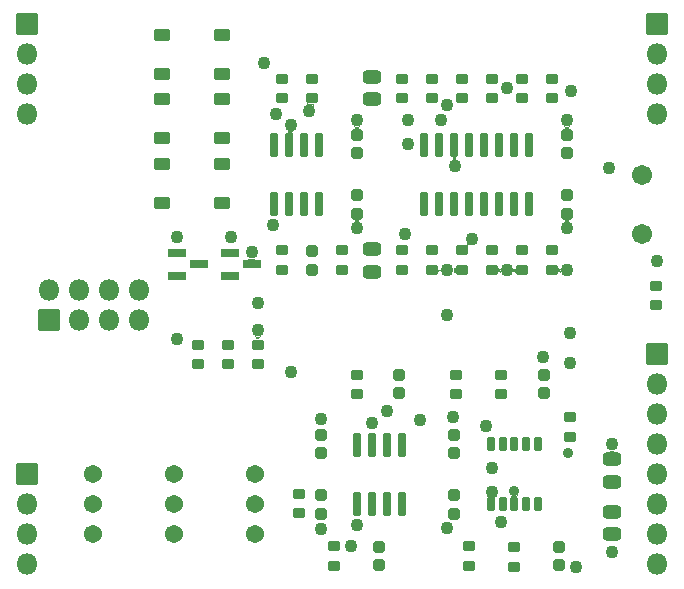
<source format=gbr>
%TF.GenerationSoftware,KiCad,Pcbnew,6.0.7-f9a2dced07~116~ubuntu22.04.1*%
%TF.CreationDate,2022-07-29T20:00:08-04:00*%
%TF.ProjectId,late_MS20_VCF_plug_in_board,6c617465-5f4d-4533-9230-5f5643465f70,0.1*%
%TF.SameCoordinates,Original*%
%TF.FileFunction,Soldermask,Top*%
%TF.FilePolarity,Negative*%
%FSLAX46Y46*%
G04 Gerber Fmt 4.6, Leading zero omitted, Abs format (unit mm)*
G04 Created by KiCad (PCBNEW 6.0.7-f9a2dced07~116~ubuntu22.04.1) date 2022-07-29 20:00:08*
%MOMM*%
%LPD*%
G01*
G04 APERTURE LIST*
G04 Aperture macros list*
%AMRoundRect*
0 Rectangle with rounded corners*
0 $1 Rounding radius*
0 $2 $3 $4 $5 $6 $7 $8 $9 X,Y pos of 4 corners*
0 Add a 4 corners polygon primitive as box body*
4,1,4,$2,$3,$4,$5,$6,$7,$8,$9,$2,$3,0*
0 Add four circle primitives for the rounded corners*
1,1,$1+$1,$2,$3*
1,1,$1+$1,$4,$5*
1,1,$1+$1,$6,$7*
1,1,$1+$1,$8,$9*
0 Add four rect primitives between the rounded corners*
20,1,$1+$1,$2,$3,$4,$5,0*
20,1,$1+$1,$4,$5,$6,$7,0*
20,1,$1+$1,$6,$7,$8,$9,0*
20,1,$1+$1,$8,$9,$2,$3,0*%
G04 Aperture macros list end*
%ADD10RoundRect,0.201000X-0.150000X0.825000X-0.150000X-0.825000X0.150000X-0.825000X0.150000X0.825000X0*%
%ADD11RoundRect,0.276000X-0.250000X0.225000X-0.250000X-0.225000X0.250000X-0.225000X0.250000X0.225000X0*%
%ADD12RoundRect,0.276000X0.250000X-0.225000X0.250000X0.225000X-0.250000X0.225000X-0.250000X-0.225000X0*%
%ADD13RoundRect,0.251000X0.275000X-0.200000X0.275000X0.200000X-0.275000X0.200000X-0.275000X-0.200000X0*%
%ADD14C,1.542000*%
%ADD15RoundRect,0.201000X-0.587500X-0.150000X0.587500X-0.150000X0.587500X0.150000X-0.587500X0.150000X0*%
%ADD16RoundRect,0.251000X-0.275000X0.200000X-0.275000X-0.200000X0.275000X-0.200000X0.275000X0.200000X0*%
%ADD17RoundRect,0.051000X0.600000X-0.450000X0.600000X0.450000X-0.600000X0.450000X-0.600000X-0.450000X0*%
%ADD18RoundRect,0.301000X-0.475000X0.250000X-0.475000X-0.250000X0.475000X-0.250000X0.475000X0.250000X0*%
%ADD19RoundRect,0.301000X0.475000X-0.250000X0.475000X0.250000X-0.475000X0.250000X-0.475000X-0.250000X0*%
%ADD20C,1.702000*%
%ADD21RoundRect,0.051000X0.850000X-0.850000X0.850000X0.850000X-0.850000X0.850000X-0.850000X-0.850000X0*%
%ADD22O,1.802000X1.802000*%
%ADD23RoundRect,0.051000X-0.600000X0.450000X-0.600000X-0.450000X0.600000X-0.450000X0.600000X0.450000X0*%
%ADD24RoundRect,0.051000X-0.255000X0.550000X-0.255000X-0.550000X0.255000X-0.550000X0.255000X0.550000X0*%
%ADD25RoundRect,0.051000X0.850000X0.850000X-0.850000X0.850000X-0.850000X-0.850000X0.850000X-0.850000X0*%
%ADD26C,1.102000*%
%ADD27C,0.902000*%
G04 APERTURE END LIST*
D10*
%TO.C,U1*%
X136525000Y-78805000D03*
X135255000Y-78805000D03*
X133985000Y-78805000D03*
X132715000Y-78805000D03*
X131445000Y-78805000D03*
X130175000Y-78805000D03*
X128905000Y-78805000D03*
X127635000Y-78805000D03*
X127635000Y-83755000D03*
X128905000Y-83755000D03*
X130175000Y-83755000D03*
X131445000Y-83755000D03*
X132715000Y-83755000D03*
X133985000Y-83755000D03*
X135255000Y-83755000D03*
X136525000Y-83755000D03*
%TD*%
D11*
%TO.C,C18*%
X130175000Y-103352000D03*
X130175000Y-104902000D03*
%TD*%
D12*
%TO.C,C8*%
X118110000Y-89355000D03*
X118110000Y-87805000D03*
%TD*%
D13*
%TO.C,R2*%
X133350000Y-74842500D03*
X133350000Y-73192500D03*
%TD*%
D10*
%TO.C,U3*%
X125730000Y-104205000D03*
X124460000Y-104205000D03*
X123190000Y-104205000D03*
X121920000Y-104205000D03*
X121920000Y-109155000D03*
X123190000Y-109155000D03*
X124460000Y-109155000D03*
X125730000Y-109155000D03*
%TD*%
D11*
%TO.C,C12*%
X121920000Y-77952000D03*
X121920000Y-79502000D03*
%TD*%
D14*
%TO.C,RV2*%
X106426000Y-111760000D03*
X106426000Y-109220000D03*
X106426000Y-106680000D03*
%TD*%
D15*
%TO.C,Q2*%
X111155000Y-87950000D03*
X111155000Y-89850000D03*
X113030000Y-88900000D03*
%TD*%
D16*
%TO.C,R23*%
X117043200Y-108344200D03*
X117043200Y-109994200D03*
%TD*%
%TO.C,R12*%
X135890000Y-87717500D03*
X135890000Y-89367500D03*
%TD*%
D13*
%TO.C,R20*%
X131445000Y-114410000D03*
X131445000Y-112760000D03*
%TD*%
%TO.C,R6*%
X128270000Y-74842500D03*
X128270000Y-73192500D03*
%TD*%
D11*
%TO.C,C13*%
X139700000Y-83058000D03*
X139700000Y-84608000D03*
%TD*%
D17*
%TO.C,D1*%
X105410000Y-83690000D03*
X105410000Y-80390000D03*
%TD*%
D13*
%TO.C,R1*%
X130810000Y-74842500D03*
X130810000Y-73192500D03*
%TD*%
%TO.C,R18*%
X134112000Y-99885000D03*
X134112000Y-98235000D03*
%TD*%
D18*
%TO.C,C9*%
X143510000Y-109855000D03*
X143510000Y-111755000D03*
%TD*%
D12*
%TO.C,C7*%
X123825000Y-114397500D03*
X123825000Y-112847500D03*
%TD*%
D13*
%TO.C,R15*%
X147218400Y-92366600D03*
X147218400Y-90716600D03*
%TD*%
D11*
%TO.C,C15*%
X118872000Y-108458000D03*
X118872000Y-110008000D03*
%TD*%
%TO.C,C6*%
X139065000Y-112847500D03*
X139065000Y-114397500D03*
%TD*%
%TO.C,C17*%
X130175000Y-108458000D03*
X130175000Y-110008000D03*
%TD*%
D14*
%TO.C,RV1*%
X99568000Y-111760000D03*
X99568000Y-109220000D03*
X99568000Y-106680000D03*
%TD*%
D16*
%TO.C,R7*%
X118110000Y-73192500D03*
X118110000Y-74842500D03*
%TD*%
%TO.C,R28*%
X120650000Y-87717500D03*
X120650000Y-89367500D03*
%TD*%
D11*
%TO.C,C16*%
X118872000Y-103365000D03*
X118872000Y-104915000D03*
%TD*%
D19*
%TO.C,C1*%
X123190000Y-74930000D03*
X123190000Y-73030000D03*
%TD*%
D20*
%TO.C,C3*%
X146050000Y-81360000D03*
X146050000Y-86360000D03*
%TD*%
D13*
%TO.C,R10*%
X115570000Y-74842500D03*
X115570000Y-73192500D03*
%TD*%
D10*
%TO.C,U2*%
X118745000Y-78805000D03*
X117475000Y-78805000D03*
X116205000Y-78805000D03*
X114935000Y-78805000D03*
X114935000Y-83755000D03*
X116205000Y-83755000D03*
X117475000Y-83755000D03*
X118745000Y-83755000D03*
%TD*%
D16*
%TO.C,R24*%
X108458000Y-95695000D03*
X108458000Y-97345000D03*
%TD*%
D18*
%TO.C,C10*%
X143510000Y-105415000D03*
X143510000Y-107315000D03*
%TD*%
D21*
%TO.C,J5*%
X95885000Y-93599000D03*
D22*
X95885000Y-91059000D03*
X98425000Y-93599000D03*
X98425000Y-91059000D03*
X100965000Y-93599000D03*
X100965000Y-91059000D03*
X103505000Y-93599000D03*
X103505000Y-91059000D03*
%TD*%
D15*
%TO.C,Q1*%
X106710000Y-87950000D03*
X106710000Y-89850000D03*
X108585000Y-88900000D03*
%TD*%
D16*
%TO.C,R22*%
X120015000Y-112760000D03*
X120015000Y-114410000D03*
%TD*%
D18*
%TO.C,C2*%
X123190000Y-87630000D03*
X123190000Y-89530000D03*
%TD*%
D14*
%TO.C,RV3*%
X113284000Y-111760000D03*
X113284000Y-109220000D03*
X113284000Y-106680000D03*
%TD*%
D17*
%TO.C,D5*%
X105410000Y-72770000D03*
X105410000Y-69470000D03*
%TD*%
D13*
%TO.C,R13*%
X138430000Y-89367500D03*
X138430000Y-87717500D03*
%TD*%
D16*
%TO.C,R14*%
X130810000Y-87717500D03*
X130810000Y-89367500D03*
%TD*%
D23*
%TO.C,D6*%
X110490000Y-69470000D03*
X110490000Y-72770000D03*
%TD*%
D16*
%TO.C,R25*%
X110998000Y-95695000D03*
X110998000Y-97345000D03*
%TD*%
%TO.C,R9*%
X133350000Y-87717500D03*
X133350000Y-89367500D03*
%TD*%
%TO.C,R16*%
X121920000Y-98235000D03*
X121920000Y-99885000D03*
%TD*%
%TO.C,R11*%
X128270000Y-87717500D03*
X128270000Y-89367500D03*
%TD*%
%TO.C,R5*%
X138430000Y-73192500D03*
X138430000Y-74842500D03*
%TD*%
D13*
%TO.C,R4*%
X135890000Y-74842500D03*
X135890000Y-73192500D03*
%TD*%
%TO.C,R19*%
X130302000Y-99885000D03*
X130302000Y-98235000D03*
%TD*%
D12*
%TO.C,C5*%
X137795000Y-99792500D03*
X137795000Y-98242500D03*
%TD*%
D13*
%TO.C,R26*%
X113538000Y-97345000D03*
X113538000Y-95695000D03*
%TD*%
D23*
%TO.C,D2*%
X110490000Y-80390000D03*
X110490000Y-83690000D03*
%TD*%
%TO.C,D4*%
X110490000Y-74930000D03*
X110490000Y-78230000D03*
%TD*%
D11*
%TO.C,C11*%
X121920000Y-83058000D03*
X121920000Y-84608000D03*
%TD*%
D16*
%TO.C,R21*%
X135255000Y-112840000D03*
X135255000Y-114490000D03*
%TD*%
D17*
%TO.C,D3*%
X105410000Y-78230000D03*
X105410000Y-74930000D03*
%TD*%
D13*
%TO.C,R27*%
X115570000Y-89367500D03*
X115570000Y-87717500D03*
%TD*%
%TO.C,R8*%
X125730000Y-89367500D03*
X125730000Y-87717500D03*
%TD*%
%TO.C,R17*%
X139954000Y-103491800D03*
X139954000Y-101841800D03*
%TD*%
D11*
%TO.C,C14*%
X139700000Y-77952000D03*
X139700000Y-79502000D03*
%TD*%
%TO.C,C4*%
X125476000Y-98247500D03*
X125476000Y-99797500D03*
%TD*%
D13*
%TO.C,R3*%
X125730000Y-74842500D03*
X125730000Y-73192500D03*
%TD*%
D24*
%TO.C,U4*%
X137255000Y-104130000D03*
X136255000Y-104130000D03*
X135255000Y-104130000D03*
X134255000Y-104130000D03*
X133255000Y-104130000D03*
X133255000Y-109230000D03*
X134255000Y-109230000D03*
X135255000Y-109230000D03*
X136255000Y-109230000D03*
X137255000Y-109230000D03*
%TD*%
D25*
%TO.C,J1*%
X93980000Y-68580000D03*
D22*
X93980000Y-71120000D03*
X93980000Y-73660000D03*
X93980000Y-76200000D03*
%TD*%
D25*
%TO.C,J2*%
X93980000Y-106680000D03*
D22*
X93980000Y-109220000D03*
X93980000Y-111760000D03*
X93980000Y-114300000D03*
%TD*%
D25*
%TO.C,J3*%
X147320000Y-68580000D03*
D22*
X147320000Y-71120000D03*
X147320000Y-73660000D03*
X147320000Y-76200000D03*
%TD*%
D25*
%TO.C,J4*%
X147320000Y-96520000D03*
D22*
X147320000Y-99060000D03*
X147320000Y-101600000D03*
X147320000Y-104140000D03*
X147320000Y-106680000D03*
X147320000Y-109220000D03*
X147320000Y-111760000D03*
X147320000Y-114300000D03*
%TD*%
D26*
X114046000Y-71882000D03*
X134620000Y-89408000D03*
X143510000Y-104140000D03*
X111252000Y-86614000D03*
X121920000Y-110998000D03*
X137668000Y-96774000D03*
X121920000Y-85852000D03*
X139700000Y-76708000D03*
X139700000Y-85852000D03*
X123190000Y-102362000D03*
X121920000Y-76708000D03*
X143510000Y-113284000D03*
X113538000Y-94488000D03*
X118872000Y-102006400D03*
X130048000Y-101854000D03*
X132842000Y-102616000D03*
X140462000Y-114554000D03*
X118872000Y-111302800D03*
X114808000Y-85598000D03*
X134645400Y-73990200D03*
X129540000Y-111252000D03*
X133350000Y-108137500D03*
X131700043Y-86742043D03*
X129540000Y-75438000D03*
X143256000Y-80772000D03*
X133350000Y-106172000D03*
X130182034Y-80584500D03*
X126238000Y-76708000D03*
X129032000Y-76708000D03*
X117900793Y-75901207D03*
X115062000Y-76200000D03*
X147320000Y-88646000D03*
X129540000Y-93218000D03*
X129580500Y-89416520D03*
X116332000Y-77099500D03*
X116332000Y-98044000D03*
X127254000Y-102108000D03*
X124460000Y-101346000D03*
D27*
X135229600Y-108102400D03*
X139750800Y-104851200D03*
D26*
X121412000Y-112776000D03*
X134154500Y-110744000D03*
X139954000Y-97282000D03*
X139954000Y-94742000D03*
X106680000Y-86614000D03*
X106680000Y-95250000D03*
X113538000Y-92202000D03*
X139700000Y-89408000D03*
X140004800Y-74244200D03*
X113030000Y-87884000D03*
X126238000Y-78740000D03*
X125984000Y-86360000D03*
G36*
X135520532Y-108447743D02*
G01*
X135520243Y-108449535D01*
X135488142Y-108493498D01*
X135484025Y-108562633D01*
X135518039Y-108623199D01*
X135527184Y-108630613D01*
X135527900Y-108632481D01*
X135526641Y-108634035D01*
X135525535Y-108634129D01*
X135509801Y-108631000D01*
X135000199Y-108631000D01*
X134981262Y-108634767D01*
X134970267Y-108642114D01*
X134968271Y-108642245D01*
X134967160Y-108640582D01*
X134967493Y-108639340D01*
X134976709Y-108625548D01*
X134975725Y-108624890D01*
X134974840Y-108623096D01*
X134975302Y-108621944D01*
X134991730Y-108602292D01*
X135000370Y-108533576D01*
X134970399Y-108470913D01*
X134961287Y-108462479D01*
X134960696Y-108460568D01*
X134962054Y-108459101D01*
X134963754Y-108459346D01*
X135036309Y-108507643D01*
X135157815Y-108545603D01*
X135285094Y-108547937D01*
X135407915Y-108514451D01*
X135516392Y-108447846D01*
X135517145Y-108447014D01*
X135519049Y-108446401D01*
X135520532Y-108447743D01*
G37*
G36*
X143754057Y-104629122D02*
G01*
X143754822Y-104630970D01*
X143754205Y-104632170D01*
X143706791Y-104676482D01*
X143689790Y-104743622D01*
X143711786Y-104809292D01*
X143765872Y-104852709D01*
X143813006Y-104862038D01*
X143814511Y-104863355D01*
X143814123Y-104865317D01*
X143812618Y-104866000D01*
X143206771Y-104866000D01*
X143205039Y-104865000D01*
X143205039Y-104863000D01*
X143206208Y-104862081D01*
X143273220Y-104842405D01*
X143318575Y-104790062D01*
X143328432Y-104721509D01*
X143299614Y-104658407D01*
X143268360Y-104633283D01*
X143267637Y-104631418D01*
X143268890Y-104629859D01*
X143270378Y-104629876D01*
X143367913Y-104670276D01*
X143510000Y-104688983D01*
X143652087Y-104670276D01*
X143752074Y-104628861D01*
X143754057Y-104629122D01*
G37*
G36*
X113395913Y-95018276D02*
G01*
X113538000Y-95036983D01*
X113680087Y-95018276D01*
X113762490Y-94984144D01*
X113764473Y-94984405D01*
X113765238Y-94986253D01*
X113764154Y-94987779D01*
X113721984Y-95008988D01*
X113671166Y-95056482D01*
X113654165Y-95123623D01*
X113676161Y-95189293D01*
X113730247Y-95232709D01*
X113777381Y-95242038D01*
X113778886Y-95243355D01*
X113778498Y-95245317D01*
X113776993Y-95246000D01*
X113298581Y-95246000D01*
X113296849Y-95245000D01*
X113296849Y-95243000D01*
X113298018Y-95242081D01*
X113365030Y-95222405D01*
X113410385Y-95170062D01*
X113420242Y-95101509D01*
X113391478Y-95038525D01*
X113346547Y-95010563D01*
X113345605Y-95008799D01*
X113345846Y-95007911D01*
X113346080Y-95007480D01*
X113303145Y-94984169D01*
X113302100Y-94982463D01*
X113303054Y-94980706D01*
X113304864Y-94980563D01*
X113395913Y-95018276D01*
G37*
G36*
X130301236Y-89088072D02*
G01*
X130301539Y-89089579D01*
X130286000Y-89167699D01*
X130286000Y-89567301D01*
X130301843Y-89646951D01*
X130301200Y-89648845D01*
X130299238Y-89649235D01*
X130298407Y-89648693D01*
X130252032Y-89598108D01*
X130185058Y-89580464D01*
X130119190Y-89601827D01*
X130074267Y-89657729D01*
X130064401Y-89682273D01*
X130064169Y-89682694D01*
X130062944Y-89684398D01*
X130061121Y-89685221D01*
X130059497Y-89684054D01*
X130059472Y-89682466D01*
X130110776Y-89558607D01*
X130129483Y-89416520D01*
X130110776Y-89274433D01*
X130061717Y-89155993D01*
X130061978Y-89154010D01*
X130063826Y-89153245D01*
X130065213Y-89154095D01*
X130068796Y-89159308D01*
X130122746Y-89203209D01*
X130191573Y-89210940D01*
X130253652Y-89180234D01*
X130289401Y-89120632D01*
X130292043Y-89107582D01*
X130293565Y-89097150D01*
X130293747Y-89096561D01*
X130297780Y-89088311D01*
X130299439Y-89087194D01*
X130301236Y-89088072D01*
G37*
G36*
X135104714Y-89145577D02*
G01*
X135109140Y-89152017D01*
X135109363Y-89152443D01*
X135125942Y-89196316D01*
X135167863Y-89251820D01*
X135232859Y-89275745D01*
X135300469Y-89260733D01*
X135349316Y-89211467D01*
X135362102Y-89172907D01*
X135363596Y-89171577D01*
X135365494Y-89172207D01*
X135366000Y-89173536D01*
X135366000Y-89567301D01*
X135381582Y-89645639D01*
X135380939Y-89647533D01*
X135378977Y-89647923D01*
X135377825Y-89646910D01*
X135373897Y-89638909D01*
X135373713Y-89638318D01*
X135371485Y-89623139D01*
X135342405Y-89559952D01*
X135284032Y-89522679D01*
X135214773Y-89522881D01*
X135156513Y-89560563D01*
X135136869Y-89592847D01*
X135135114Y-89593806D01*
X135133405Y-89592767D01*
X135133312Y-89591042D01*
X135150276Y-89550087D01*
X135168983Y-89408000D01*
X135150276Y-89265913D01*
X135101218Y-89147475D01*
X135101479Y-89145492D01*
X135103327Y-89144727D01*
X135104714Y-89145577D01*
G37*
G36*
X139219872Y-89143156D02*
G01*
X139219906Y-89144763D01*
X139198295Y-89196935D01*
X139196744Y-89198125D01*
X139196938Y-89198242D01*
X139197036Y-89199976D01*
X139169724Y-89265913D01*
X139151017Y-89408000D01*
X139169724Y-89550087D01*
X139188169Y-89594618D01*
X139187908Y-89596601D01*
X139186060Y-89597366D01*
X139184713Y-89596572D01*
X139144647Y-89542353D01*
X139079905Y-89517749D01*
X139012140Y-89532053D01*
X138962786Y-89580800D01*
X138948642Y-89622717D01*
X138946434Y-89637851D01*
X138946252Y-89638440D01*
X138942220Y-89646688D01*
X138940561Y-89647805D01*
X138938764Y-89646927D01*
X138938461Y-89645420D01*
X138954000Y-89567301D01*
X138954000Y-89173209D01*
X138955000Y-89171477D01*
X138957000Y-89171477D01*
X138957817Y-89172373D01*
X138986280Y-89234220D01*
X139044654Y-89271492D01*
X139113913Y-89271290D01*
X139172169Y-89233609D01*
X139193474Y-89198180D01*
X139194885Y-89197399D01*
X139194860Y-89197388D01*
X139194584Y-89195444D01*
X139213343Y-89147329D01*
X139213570Y-89146905D01*
X139216422Y-89142848D01*
X139218236Y-89142006D01*
X139219872Y-89143156D01*
G37*
G36*
X134139872Y-89143156D02*
G01*
X134139906Y-89144763D01*
X134118295Y-89196935D01*
X134116744Y-89198125D01*
X134116938Y-89198242D01*
X134117036Y-89199976D01*
X134089724Y-89265913D01*
X134071017Y-89408000D01*
X134089724Y-89550087D01*
X134108169Y-89594618D01*
X134107908Y-89596601D01*
X134106060Y-89597366D01*
X134104713Y-89596572D01*
X134064647Y-89542353D01*
X133999905Y-89517749D01*
X133932140Y-89532053D01*
X133882786Y-89580800D01*
X133868642Y-89622717D01*
X133866434Y-89637851D01*
X133866252Y-89638440D01*
X133862220Y-89646688D01*
X133860561Y-89647805D01*
X133858764Y-89646927D01*
X133858461Y-89645420D01*
X133874000Y-89567301D01*
X133874000Y-89173209D01*
X133875000Y-89171477D01*
X133877000Y-89171477D01*
X133877817Y-89172373D01*
X133906280Y-89234220D01*
X133964654Y-89271492D01*
X134033913Y-89271290D01*
X134092169Y-89233609D01*
X134113474Y-89198180D01*
X134114885Y-89197399D01*
X134114860Y-89197388D01*
X134114584Y-89195444D01*
X134133343Y-89147329D01*
X134133570Y-89146905D01*
X134136422Y-89142848D01*
X134138236Y-89142006D01*
X134139872Y-89143156D01*
G37*
G36*
X128797919Y-89283855D02*
G01*
X128817595Y-89350867D01*
X128869938Y-89396222D01*
X128938491Y-89406079D01*
X129001489Y-89377308D01*
X129039053Y-89318858D01*
X129042484Y-89302618D01*
X129043821Y-89301130D01*
X129045777Y-89301543D01*
X129046424Y-89303292D01*
X129031517Y-89416520D01*
X129048634Y-89546530D01*
X129047869Y-89548378D01*
X129045886Y-89548639D01*
X129044773Y-89547478D01*
X129038446Y-89530190D01*
X129037112Y-89529957D01*
X129036549Y-89529194D01*
X129016484Y-89481140D01*
X128959483Y-89441804D01*
X128890261Y-89439530D01*
X128830800Y-89475040D01*
X128799882Y-89537248D01*
X128798017Y-89558433D01*
X128798004Y-89558549D01*
X128797979Y-89558719D01*
X128796737Y-89560287D01*
X128794759Y-89559996D01*
X128794000Y-89558428D01*
X128794000Y-89284418D01*
X128795000Y-89282686D01*
X128797000Y-89282686D01*
X128797919Y-89283855D01*
G37*
G36*
X112682224Y-88303199D02*
G01*
X112755510Y-88359434D01*
X112887913Y-88414276D01*
X113030000Y-88432983D01*
X113172087Y-88414276D01*
X113304490Y-88359434D01*
X113369922Y-88309226D01*
X113371905Y-88308965D01*
X113373123Y-88310552D01*
X113372439Y-88312334D01*
X113351420Y-88330286D01*
X113313398Y-88388531D01*
X113312903Y-88457788D01*
X113349930Y-88516317D01*
X113412925Y-88545631D01*
X113431233Y-88547006D01*
X113432885Y-88548132D01*
X113432735Y-88550127D01*
X113431083Y-88551000D01*
X112626295Y-88551000D01*
X112624563Y-88550000D01*
X112624563Y-88548000D01*
X112625732Y-88547081D01*
X112692744Y-88527405D01*
X112738099Y-88475062D01*
X112747956Y-88406509D01*
X112719086Y-88343293D01*
X112709028Y-88332988D01*
X112679660Y-88306265D01*
X112679052Y-88304360D01*
X112680398Y-88302881D01*
X112682224Y-88303199D01*
G37*
G36*
X131259541Y-87062057D02*
G01*
X131311854Y-87130232D01*
X131425553Y-87217477D01*
X131524924Y-87258637D01*
X131526142Y-87260224D01*
X131525377Y-87262072D01*
X131523651Y-87262420D01*
X131497034Y-87255437D01*
X131496588Y-87255260D01*
X131475853Y-87244002D01*
X131407852Y-87229378D01*
X131343019Y-87253736D01*
X131301645Y-87309280D01*
X131296856Y-87378547D01*
X131303775Y-87398327D01*
X131303403Y-87400292D01*
X131301515Y-87400952D01*
X131300224Y-87400098D01*
X131261042Y-87341458D01*
X131180275Y-87287491D01*
X131109572Y-87273427D01*
X131108068Y-87272108D01*
X131108458Y-87270146D01*
X131110251Y-87269486D01*
X131150024Y-87275289D01*
X131218893Y-87265531D01*
X131271329Y-87220285D01*
X131290975Y-87153885D01*
X131269988Y-87084769D01*
X131256294Y-87064391D01*
X131256158Y-87062395D01*
X131257818Y-87061280D01*
X131259541Y-87062057D01*
G37*
G36*
X139944133Y-85108000D02*
G01*
X139944133Y-85110000D01*
X139943258Y-85110807D01*
X139881272Y-85140190D01*
X139844662Y-85198983D01*
X139845651Y-85268235D01*
X139884027Y-85326116D01*
X139905613Y-85340675D01*
X139932002Y-85354647D01*
X139933065Y-85356342D01*
X139932129Y-85358109D01*
X139930301Y-85358263D01*
X139842087Y-85321724D01*
X139700000Y-85303017D01*
X139557913Y-85321724D01*
X139472571Y-85357073D01*
X139470588Y-85356812D01*
X139469823Y-85354964D01*
X139470889Y-85353448D01*
X139494020Y-85341510D01*
X139544340Y-85293484D01*
X139560637Y-85226170D01*
X139537954Y-85160732D01*
X139483346Y-85117831D01*
X139458278Y-85110928D01*
X139456874Y-85109504D01*
X139457405Y-85107576D01*
X139458809Y-85107000D01*
X139942401Y-85107000D01*
X139944133Y-85108000D01*
G37*
G36*
X122164133Y-85108000D02*
G01*
X122164133Y-85110000D01*
X122163258Y-85110807D01*
X122101272Y-85140190D01*
X122064662Y-85198983D01*
X122065651Y-85268235D01*
X122104027Y-85326116D01*
X122125613Y-85340675D01*
X122152002Y-85354647D01*
X122153065Y-85356342D01*
X122152129Y-85358109D01*
X122150301Y-85358263D01*
X122062087Y-85321724D01*
X121920000Y-85303017D01*
X121777913Y-85321724D01*
X121692571Y-85357073D01*
X121690588Y-85356812D01*
X121689823Y-85354964D01*
X121690889Y-85353448D01*
X121714020Y-85341510D01*
X121764340Y-85293484D01*
X121780637Y-85226170D01*
X121757954Y-85160732D01*
X121703346Y-85117831D01*
X121678278Y-85110928D01*
X121676874Y-85109504D01*
X121677405Y-85107576D01*
X121678809Y-85107000D01*
X122162401Y-85107000D01*
X122164133Y-85108000D01*
G37*
G36*
X130383779Y-79818288D02*
G01*
X130384169Y-79820250D01*
X130383120Y-79821420D01*
X130358946Y-79832693D01*
X130358821Y-79834113D01*
X130357992Y-79834795D01*
X130317553Y-79852684D01*
X130279417Y-79910498D01*
X130278592Y-79979751D01*
X130315366Y-80038498D01*
X130367198Y-80065880D01*
X130379656Y-80069009D01*
X130380105Y-80069181D01*
X130414041Y-80087149D01*
X130415104Y-80088844D01*
X130414168Y-80090611D01*
X130412340Y-80090765D01*
X130324121Y-80054224D01*
X130182034Y-80035517D01*
X130039947Y-80054224D01*
X129954597Y-80089577D01*
X129952614Y-80089316D01*
X129951849Y-80087468D01*
X129952915Y-80085952D01*
X130001626Y-80060810D01*
X130001658Y-80060139D01*
X130002345Y-80059485D01*
X130049272Y-80032539D01*
X130081152Y-79971052D01*
X130074732Y-79902095D01*
X130032018Y-79847518D01*
X129976324Y-79825530D01*
X129975752Y-79825455D01*
X129975167Y-79825285D01*
X129966879Y-79821420D01*
X129965732Y-79819781D01*
X129966577Y-79817969D01*
X129968114Y-79817645D01*
X130025199Y-79829000D01*
X130324801Y-79829000D01*
X130381885Y-79817645D01*
X130383779Y-79818288D01*
G37*
G36*
X115984220Y-77518696D02*
G01*
X116057510Y-77574934D01*
X116189913Y-77629776D01*
X116332000Y-77648483D01*
X116474087Y-77629776D01*
X116556487Y-77595645D01*
X116558470Y-77595906D01*
X116559235Y-77597754D01*
X116558151Y-77599280D01*
X116508356Y-77624324D01*
X116457538Y-77671818D01*
X116440537Y-77738959D01*
X116462600Y-77804827D01*
X116476453Y-77821373D01*
X116477434Y-77822354D01*
X116477952Y-77824286D01*
X116476538Y-77825700D01*
X116474909Y-77825431D01*
X116431140Y-77796185D01*
X116354801Y-77781000D01*
X116055199Y-77781000D01*
X115998120Y-77792354D01*
X115996226Y-77791711D01*
X115995836Y-77789749D01*
X115996885Y-77788579D01*
X116020539Y-77777549D01*
X116072745Y-77731581D01*
X116091729Y-77664978D01*
X116071679Y-77598642D01*
X116027291Y-77557741D01*
X116012390Y-77549650D01*
X116011998Y-77549371D01*
X115981656Y-77521762D01*
X115981048Y-77519857D01*
X115982394Y-77518378D01*
X115984220Y-77518696D01*
G37*
G36*
X121777913Y-77238276D02*
G01*
X121920000Y-77256983D01*
X122062087Y-77238276D01*
X122144496Y-77204142D01*
X122146479Y-77204403D01*
X122147244Y-77206251D01*
X122146160Y-77207777D01*
X122126278Y-77217776D01*
X122075460Y-77265271D01*
X122058459Y-77332411D01*
X122080455Y-77398081D01*
X122134607Y-77441550D01*
X122161389Y-77449075D01*
X122162786Y-77450506D01*
X122162245Y-77452431D01*
X122160848Y-77453000D01*
X121676905Y-77453000D01*
X121675173Y-77452000D01*
X121675173Y-77450000D01*
X121676048Y-77449193D01*
X121737689Y-77419973D01*
X121774298Y-77361180D01*
X121773309Y-77291929D01*
X121734929Y-77234043D01*
X121714484Y-77220098D01*
X121685148Y-77204170D01*
X121684103Y-77202464D01*
X121685057Y-77200707D01*
X121686867Y-77200564D01*
X121777913Y-77238276D01*
G37*
G36*
X139557913Y-77238276D02*
G01*
X139700000Y-77256983D01*
X139842087Y-77238276D01*
X139924496Y-77204142D01*
X139926479Y-77204403D01*
X139927244Y-77206251D01*
X139926160Y-77207777D01*
X139906278Y-77217776D01*
X139855460Y-77265271D01*
X139838459Y-77332411D01*
X139860455Y-77398081D01*
X139914607Y-77441550D01*
X139941389Y-77449075D01*
X139942786Y-77450506D01*
X139942245Y-77452431D01*
X139940848Y-77453000D01*
X139456905Y-77453000D01*
X139455173Y-77452000D01*
X139455173Y-77450000D01*
X139456048Y-77449193D01*
X139517689Y-77419973D01*
X139554298Y-77361180D01*
X139553309Y-77291929D01*
X139514929Y-77234043D01*
X139494484Y-77220098D01*
X139465148Y-77204170D01*
X139464103Y-77202464D01*
X139465057Y-77200707D01*
X139466867Y-77200564D01*
X139557913Y-77238276D01*
G37*
G36*
X117676432Y-75230218D02*
G01*
X117739725Y-75272509D01*
X117835199Y-75291500D01*
X118367837Y-75291500D01*
X118369569Y-75292500D01*
X118369569Y-75294500D01*
X118368400Y-75295419D01*
X118301388Y-75315095D01*
X118256033Y-75367438D01*
X118246176Y-75435991D01*
X118273900Y-75496696D01*
X118273710Y-75498687D01*
X118271891Y-75499518D01*
X118270863Y-75499114D01*
X118175283Y-75425773D01*
X118042880Y-75370931D01*
X117900793Y-75352224D01*
X117758706Y-75370931D01*
X117644505Y-75418234D01*
X117642522Y-75417973D01*
X117641757Y-75416125D01*
X117642359Y-75414939D01*
X117686175Y-75373121D01*
X117702472Y-75305807D01*
X117679718Y-75240167D01*
X117673795Y-75233174D01*
X117673438Y-75231206D01*
X117674965Y-75229913D01*
X117676432Y-75230218D01*
G37*
M02*

</source>
